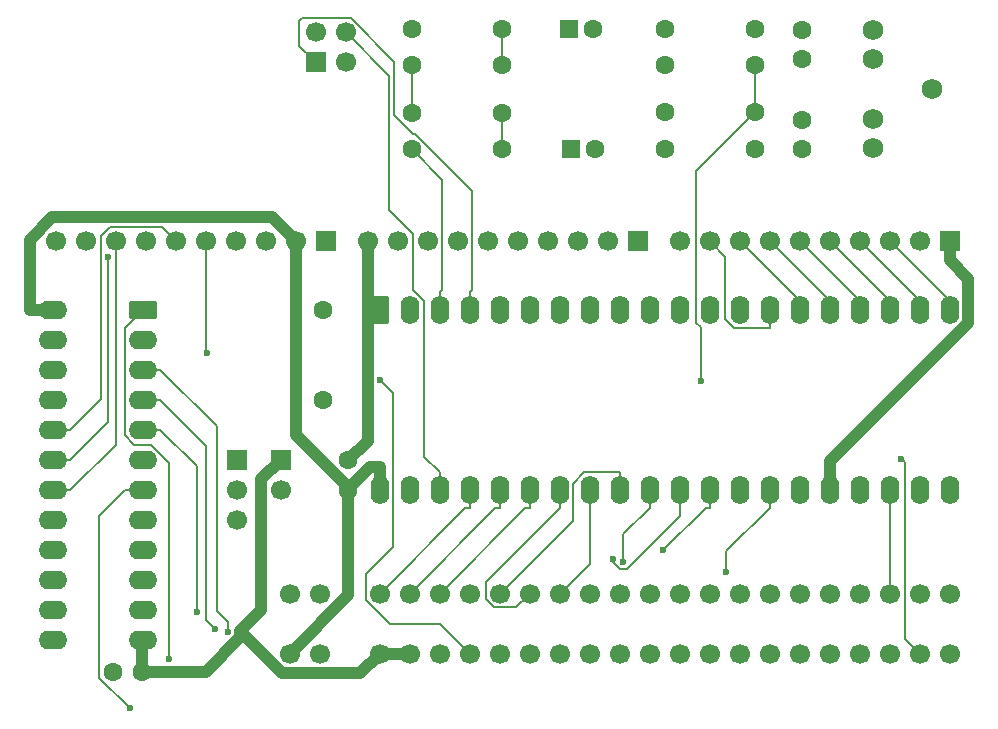
<source format=gbr>
%TF.GenerationSoftware,KiCad,Pcbnew,9.0.5*%
%TF.CreationDate,2025-11-20T20:38:36+00:00*%
%TF.ProjectId,zxeightyzon,7a786569-6768-4747-997a-6f6e2e6b6963,1.0*%
%TF.SameCoordinates,Original*%
%TF.FileFunction,Copper,L2,Bot*%
%TF.FilePolarity,Positive*%
%FSLAX46Y46*%
G04 Gerber Fmt 4.6, Leading zero omitted, Abs format (unit mm)*
G04 Created by KiCad (PCBNEW 9.0.5) date 2025-11-20 20:38:36*
%MOMM*%
%LPD*%
G01*
G04 APERTURE LIST*
G04 Aperture macros list*
%AMRoundRect*
0 Rectangle with rounded corners*
0 $1 Rounding radius*
0 $2 $3 $4 $5 $6 $7 $8 $9 X,Y pos of 4 corners*
0 Add a 4 corners polygon primitive as box body*
4,1,4,$2,$3,$4,$5,$6,$7,$8,$9,$2,$3,0*
0 Add four circle primitives for the rounded corners*
1,1,$1+$1,$2,$3*
1,1,$1+$1,$4,$5*
1,1,$1+$1,$6,$7*
1,1,$1+$1,$8,$9*
0 Add four rect primitives between the rounded corners*
20,1,$1+$1,$2,$3,$4,$5,0*
20,1,$1+$1,$4,$5,$6,$7,0*
20,1,$1+$1,$6,$7,$8,$9,0*
20,1,$1+$1,$8,$9,$2,$3,0*%
G04 Aperture macros list end*
%TA.AperFunction,ComponentPad*%
%ADD10C,1.700000*%
%TD*%
%TA.AperFunction,ComponentPad*%
%ADD11RoundRect,0.250000X-0.550000X-0.550000X0.550000X-0.550000X0.550000X0.550000X-0.550000X0.550000X0*%
%TD*%
%TA.AperFunction,ComponentPad*%
%ADD12C,1.600000*%
%TD*%
%TA.AperFunction,ComponentPad*%
%ADD13R,1.700000X1.700000*%
%TD*%
%TA.AperFunction,ComponentPad*%
%ADD14C,1.752600*%
%TD*%
%TA.AperFunction,ComponentPad*%
%ADD15RoundRect,0.250000X0.950000X0.550000X-0.950000X0.550000X-0.950000X-0.550000X0.950000X-0.550000X0*%
%TD*%
%TA.AperFunction,ComponentPad*%
%ADD16O,2.400000X1.600000*%
%TD*%
%TA.AperFunction,ComponentPad*%
%ADD17RoundRect,0.250000X-0.550000X0.950000X-0.550000X-0.950000X0.550000X-0.950000X0.550000X0.950000X0*%
%TD*%
%TA.AperFunction,ComponentPad*%
%ADD18O,1.600000X2.400000*%
%TD*%
%TA.AperFunction,ViaPad*%
%ADD19C,0.600000*%
%TD*%
%TA.AperFunction,Conductor*%
%ADD20C,1.000000*%
%TD*%
%TA.AperFunction,Conductor*%
%ADD21C,0.200000*%
%TD*%
G04 APERTURE END LIST*
D10*
%TO.P,CO1,A3,+5Vcc*%
%TO.N,VCC*%
X61206200Y-92318200D03*
%TO.P,CO1,A4,+9Vcc*%
%TO.N,unconnected-(CO1-+9Vcc-PadA4)*%
X63746200Y-92318200D03*
%TO.P,CO1,A6,GND*%
%TO.N,GND*%
X68826200Y-92318200D03*
%TO.P,CO1,A7,GND*%
X71366200Y-92318200D03*
%TO.P,CO1,A8,CLK*%
%TO.N,/CLK*%
X73906200Y-92318200D03*
%TO.P,CO1,A9,A0*%
%TO.N,/A0*%
X76446200Y-92318200D03*
%TO.P,CO1,A10,A1*%
%TO.N,/A1*%
X78986200Y-92318200D03*
%TO.P,CO1,A11,A2*%
%TO.N,/A2*%
X81526200Y-92318200D03*
%TO.P,CO1,A12,A3*%
%TO.N,/A3*%
X84066200Y-92318200D03*
%TO.P,CO1,A13,A15*%
%TO.N,unconnected-(CO1-A15-PadA13)*%
X86606200Y-92318200D03*
%TO.P,CO1,A14,A14*%
%TO.N,unconnected-(CO1-PadA14)*%
X89146200Y-92318200D03*
%TO.P,CO1,A15,A13*%
%TO.N,unconnected-(CO1-A13-PadA15)*%
X91686200Y-92318200D03*
%TO.P,CO1,A16,A12*%
%TO.N,unconnected-(CO1-A12-PadA16)*%
X94226200Y-92318200D03*
%TO.P,CO1,A17,A11*%
%TO.N,unconnected-(CO1-A11-PadA17)*%
X96766200Y-92318200D03*
%TO.P,CO1,A18,A10*%
%TO.N,unconnected-(CO1-A10-PadA18)*%
X99306200Y-92318200D03*
%TO.P,CO1,A19,A9*%
%TO.N,unconnected-(CO1-A9-PadA19)*%
X101846200Y-92318200D03*
%TO.P,CO1,A20,A8*%
%TO.N,unconnected-(CO1-A8-PadA20)*%
X104386200Y-92318200D03*
%TO.P,CO1,A21,A7*%
%TO.N,/A7*%
X106926200Y-92318200D03*
%TO.P,CO1,A22,A6*%
%TO.N,/A6*%
X109466200Y-92318200D03*
%TO.P,CO1,A23,A5*%
%TO.N,/A5*%
X112006200Y-92318200D03*
%TO.P,CO1,A24,A4*%
%TO.N,/A4*%
X114546200Y-92318200D03*
%TO.P,CO1,A25,~{ROMCS}*%
%TO.N,unconnected-(CO1-~{ROMCS}-PadA25)*%
X117086200Y-92318200D03*
%TO.P,CO1,B3,D7*%
%TO.N,/D7*%
X61206200Y-87238200D03*
%TO.P,CO1,B4,~{RAMCS}*%
%TO.N,unconnected-(CO1-~{RAMCS}-PadB4)*%
X63746200Y-87238200D03*
%TO.P,CO1,B6,D0*%
%TO.N,/D0*%
X68826200Y-87238200D03*
%TO.P,CO1,B7,D1*%
%TO.N,/D1*%
X71366200Y-87238200D03*
%TO.P,CO1,B8,D2*%
%TO.N,/D2*%
X73906200Y-87238200D03*
%TO.P,CO1,B9,D6*%
%TO.N,/D6*%
X76446200Y-87238200D03*
%TO.P,CO1,B10,D5*%
%TO.N,/D5*%
X78986200Y-87238200D03*
%TO.P,CO1,B11,D3*%
%TO.N,/D3*%
X81526200Y-87238200D03*
%TO.P,CO1,B12,D4*%
%TO.N,/D4*%
X84066200Y-87238200D03*
%TO.P,CO1,B13,~{INT}*%
%TO.N,unconnected-(CO1-~{INT}-PadB13)*%
X86606200Y-87238200D03*
%TO.P,CO1,B14,~{NMI}*%
%TO.N,unconnected-(CO1-~{NMI}-PadB14)*%
X89146200Y-87238200D03*
%TO.P,CO1,B15,~{HALT}*%
%TO.N,unconnected-(CO1-~{HALT}-PadB15)*%
X91686200Y-87238200D03*
%TO.P,CO1,B16,~{MREQ}*%
%TO.N,unconnected-(CO1-~{MREQ}-PadB16)*%
X94226200Y-87238200D03*
%TO.P,CO1,B17,~{IOREQ}*%
%TO.N,/~{IOREQ}*%
X96766200Y-87238200D03*
%TO.P,CO1,B18,~{RD}*%
%TO.N,/~{RD}*%
X99306200Y-87238200D03*
%TO.P,CO1,B19,~{WR}*%
%TO.N,/~{WR}*%
X101846200Y-87238200D03*
%TO.P,CO1,B20,~{BUSAC}*%
%TO.N,unconnected-(CO1-~{BUSAC}-PadB20)*%
X104386200Y-87238200D03*
%TO.P,CO1,B21,~{WAIT}*%
%TO.N,unconnected-(CO1-~{WAIT}-PadB21)*%
X106926200Y-87238200D03*
%TO.P,CO1,B22,~{BUSRQ}*%
%TO.N,unconnected-(CO1-~{BUSRQ}-PadB22)*%
X109466200Y-87238200D03*
%TO.P,CO1,B23,~{RESET}*%
%TO.N,/~{RESET}*%
X112006200Y-87238200D03*
%TO.P,CO1,B24,~{M1}*%
%TO.N,unconnected-(CO1-~{M1}-PadB24)*%
X114546200Y-87238200D03*
%TO.P,CO1,B25,~{RFSH}*%
%TO.N,unconnected-(CO1-~{RFSH}-PadB25)*%
X117086200Y-87238200D03*
%TD*%
D11*
%TO.P,C2,1*%
%TO.N,Net-(C2-Pad1)*%
X84885600Y-39464600D03*
D12*
%TO.P,C2,2*%
%TO.N,Net-(C2-Pad2)*%
X86885600Y-39464600D03*
%TD*%
D13*
%TO.P,J4,1,Pin_1*%
%TO.N,/B_OUT*%
X63390600Y-42258600D03*
D10*
%TO.P,J4,2,Pin_2*%
%TO.N,Net-(J4-Pin_2)*%
X65930600Y-42258600D03*
%TO.P,J4,3,Pin_3*%
%TO.N,Net-(J4-Pin_3)*%
X63390600Y-39718600D03*
%TO.P,J4,4,Pin_4*%
%TO.N,/C_OUT*%
X65930600Y-39718600D03*
%TD*%
D13*
%TO.P,JP1,1,A*%
%TO.N,GND*%
X60444200Y-75935200D03*
D10*
%TO.P,JP1,2,B*%
%TO.N,Net-(JP1-B)*%
X60444200Y-78475200D03*
%TD*%
D13*
%TO.P,J2,1,Pin_1*%
%TO.N,VCC*%
X90670200Y-57393200D03*
D10*
%TO.P,J2,2,Pin_2*%
%TO.N,/IOB0*%
X88130200Y-57393200D03*
%TO.P,J2,3,Pin_3*%
%TO.N,/IOB1*%
X85590200Y-57393200D03*
%TO.P,J2,4,Pin_4*%
%TO.N,/IOB2*%
X83050200Y-57393200D03*
%TO.P,J2,5,Pin_5*%
%TO.N,/IOB3*%
X80510200Y-57393200D03*
%TO.P,J2,6,Pin_6*%
%TO.N,/IOB4*%
X77970200Y-57393200D03*
%TO.P,J2,7,Pin_7*%
%TO.N,/IOB5*%
X75430200Y-57393200D03*
%TO.P,J2,8,Pin_8*%
%TO.N,/IOB6*%
X72890200Y-57393200D03*
%TO.P,J2,9,Pin_9*%
%TO.N,/IOB7*%
X70350200Y-57393200D03*
%TO.P,J2,10,Pin_10*%
%TO.N,GND*%
X67810200Y-57393200D03*
%TD*%
D12*
%TO.P,R8,1*%
%TO.N,Net-(C1-Pad2)*%
X92981600Y-49624600D03*
%TO.P,R8,2*%
%TO.N,/LEFT*%
X100601600Y-49624600D03*
%TD*%
D13*
%TO.P,J1,1,Pin_1*%
%TO.N,VCC*%
X117086200Y-57393200D03*
D10*
%TO.P,J1,2,Pin_2*%
%TO.N,/IOA0*%
X114546200Y-57393200D03*
%TO.P,J1,3,Pin_3*%
%TO.N,/IOA1*%
X112006200Y-57393200D03*
%TO.P,J1,4,Pin_4*%
%TO.N,/IOA2*%
X109466200Y-57393200D03*
%TO.P,J1,5,Pin_5*%
%TO.N,/IOA3*%
X106926200Y-57393200D03*
%TO.P,J1,6,Pin_6*%
%TO.N,/IOA4*%
X104386200Y-57393200D03*
%TO.P,J1,7,Pin_7*%
%TO.N,/IOA5*%
X101846200Y-57393200D03*
%TO.P,J1,8,Pin_8*%
%TO.N,/IOA6*%
X99306200Y-57393200D03*
%TO.P,J1,9,Pin_9*%
%TO.N,/IOA7*%
X96766200Y-57393200D03*
%TO.P,J1,10,Pin_10*%
%TO.N,GND*%
X94226200Y-57393200D03*
%TD*%
D12*
%TO.P,R4,1*%
%TO.N,Net-(C1-Pad1)*%
X79138600Y-46576600D03*
%TO.P,R4,2*%
%TO.N,Net-(J4-Pin_3)*%
X71518600Y-46576600D03*
%TD*%
%TO.P,R2,1*%
%TO.N,/A_OUT*%
X71518600Y-49624600D03*
%TO.P,R2,2*%
%TO.N,Net-(C1-Pad1)*%
X79138600Y-49624600D03*
%TD*%
D14*
%TO.P,CO2,1,1*%
%TO.N,/RIGHT*%
X110562200Y-39519200D03*
%TO.P,CO2,2,2*%
%TO.N,unconnected-(CO2-Pad2)*%
X110562200Y-42019200D03*
%TO.P,CO2,3,3*%
%TO.N,unconnected-(CO2-Pad3)*%
X110562200Y-47019200D03*
%TO.P,CO2,4,4*%
%TO.N,/LEFT*%
X110562200Y-49519200D03*
%TO.P,CO2,5,5*%
%TO.N,GND_AUDIO*%
X115562200Y-44519200D03*
%TD*%
D12*
%TO.P,R9,1*%
%TO.N,Net-(C2-Pad2)*%
X92981600Y-39464600D03*
%TO.P,R9,2*%
%TO.N,/RIGHT*%
X100601600Y-39464600D03*
%TD*%
D11*
%TO.P,C1,1*%
%TO.N,Net-(C1-Pad1)*%
X85012600Y-49624600D03*
D12*
%TO.P,C1,2*%
%TO.N,Net-(C1-Pad2)*%
X87012600Y-49624600D03*
%TD*%
%TO.P,C4,1*%
%TO.N,/RIGHT*%
X104538600Y-39504600D03*
%TO.P,C4,2*%
%TO.N,GND_AUDIO*%
X104538600Y-42004600D03*
%TD*%
%TO.P,C6,1*%
%TO.N,VCC*%
X46240200Y-93842200D03*
%TO.P,C6,2*%
%TO.N,GND*%
X48740200Y-93842200D03*
%TD*%
%TO.P,R3,1*%
%TO.N,Net-(J4-Pin_2)*%
X71518600Y-39464600D03*
%TO.P,R3,2*%
%TO.N,Net-(C2-Pad1)*%
X79138600Y-39464600D03*
%TD*%
%TO.P,FB1,1*%
%TO.N,GND*%
X64000200Y-63235200D03*
%TO.P,FB1,2*%
%TO.N,GND_AUDIO*%
X64000200Y-70855200D03*
%TD*%
D15*
%TO.P,U2,1,I0/CLK*%
%TO.N,/CLK*%
X48760200Y-63235200D03*
D16*
%TO.P,U2,2,I1*%
%TO.N,/A0*%
X48760200Y-65775200D03*
%TO.P,U2,3,I2*%
%TO.N,/A1*%
X48760200Y-68315200D03*
%TO.P,U2,4,I3*%
%TO.N,/A2*%
X48760200Y-70855200D03*
%TO.P,U2,5,I4*%
%TO.N,/A3*%
X48760200Y-73395200D03*
%TO.P,U2,6,I5*%
%TO.N,/A4*%
X48760200Y-75935200D03*
%TO.P,U2,7,I6*%
%TO.N,/A6*%
X48760200Y-78475200D03*
%TO.P,U2,8,I7*%
%TO.N,/A5*%
X48760200Y-81015200D03*
%TO.P,U2,9,I8*%
%TO.N,/A7*%
X48760200Y-83555200D03*
%TO.P,U2,10,I9*%
%TO.N,/~{WR}*%
X48760200Y-86095200D03*
%TO.P,U2,11,I10*%
%TO.N,/~{IOREQ}*%
X48760200Y-88635200D03*
%TO.P,U2,12,GND*%
%TO.N,GND*%
X48760200Y-91175200D03*
%TO.P,U2,13,I11*%
%TO.N,/~{RD}*%
X41140200Y-91175200D03*
%TO.P,U2,14,O9*%
%TO.N,/BDIR*%
X41140200Y-88635200D03*
%TO.P,U2,15,O8*%
%TO.N,/BC1*%
X41140200Y-86095200D03*
%TO.P,U2,16,O7*%
%TO.N,/CLK_DIV2*%
X41140200Y-83555200D03*
%TO.P,U2,17,O6*%
%TO.N,/CLK_OUT*%
X41140200Y-81015200D03*
%TO.P,U2,18,O5*%
%TO.N,/O5*%
X41140200Y-78475200D03*
%TO.P,U2,19,O4*%
%TO.N,/O4*%
X41140200Y-75935200D03*
%TO.P,U2,20,O3*%
%TO.N,/O3*%
X41140200Y-73395200D03*
%TO.P,U2,21,O2*%
%TO.N,/O2*%
X41140200Y-70855200D03*
%TO.P,U2,22,O1*%
%TO.N,/O1*%
X41140200Y-68315200D03*
%TO.P,U2,23,O0*%
%TO.N,/O0*%
X41140200Y-65775200D03*
%TO.P,U2,24,VCC*%
%TO.N,VCC*%
X41140200Y-63235200D03*
%TD*%
D13*
%TO.P,J3,1,Pin_1*%
%TO.N,VCC*%
X64254200Y-57393200D03*
D10*
%TO.P,J3,2,Pin_2*%
X61714200Y-57393200D03*
%TO.P,J3,3,Pin_3*%
%TO.N,/O0*%
X59174200Y-57393200D03*
%TO.P,J3,4,Pin_4*%
%TO.N,/O1*%
X56634200Y-57393200D03*
%TO.P,J3,5,Pin_5*%
%TO.N,/O2*%
X54094200Y-57393200D03*
%TO.P,J3,6,Pin_6*%
%TO.N,/O3*%
X51554200Y-57393200D03*
%TO.P,J3,7,Pin_7*%
%TO.N,/O4*%
X49014200Y-57393200D03*
%TO.P,J3,8,Pin_8*%
%TO.N,/O5*%
X46474200Y-57393200D03*
%TO.P,J3,9,Pin_9*%
%TO.N,GND*%
X43934200Y-57393200D03*
%TO.P,J3,10,Pin_10*%
X41394200Y-57393200D03*
%TD*%
D12*
%TO.P,C3,1*%
%TO.N,/LEFT*%
X104538600Y-49604600D03*
%TO.P,C3,2*%
%TO.N,GND_AUDIO*%
X104538600Y-47104600D03*
%TD*%
%TO.P,R6,1*%
%TO.N,Net-(C1-Pad1)*%
X92981600Y-46449600D03*
%TO.P,R6,2*%
%TO.N,GND_AUDIO*%
X100601600Y-46449600D03*
%TD*%
%TO.P,R5,1*%
%TO.N,Net-(C2-Pad1)*%
X79138600Y-42512600D03*
%TO.P,R5,2*%
%TO.N,Net-(J4-Pin_3)*%
X71518600Y-42512600D03*
%TD*%
D17*
%TO.P,U1,1,VSS*%
%TO.N,GND*%
X68826200Y-63235200D03*
D18*
%TO.P,U1,2,NC*%
%TO.N,unconnected-(U1-NC-Pad2)*%
X71366200Y-63235200D03*
%TO.P,U1,3,A*%
%TO.N,/A_OUT*%
X73906200Y-63235200D03*
%TO.P,U1,4,B*%
%TO.N,/B_OUT*%
X76446200Y-63235200D03*
%TO.P,U1,5,NC*%
%TO.N,unconnected-(U1-NC-Pad5)*%
X78986200Y-63235200D03*
%TO.P,U1,6,IOB7*%
%TO.N,/IOB7*%
X81526200Y-63235200D03*
%TO.P,U1,7,IOB6*%
%TO.N,/IOB6*%
X84066200Y-63235200D03*
%TO.P,U1,8,IOB5*%
%TO.N,/IOB5*%
X86606200Y-63235200D03*
%TO.P,U1,9,IOB4*%
%TO.N,/IOB4*%
X89146200Y-63235200D03*
%TO.P,U1,10,IOB3*%
%TO.N,/IOB3*%
X91686200Y-63235200D03*
%TO.P,U1,11,IOB2*%
%TO.N,/IOB2*%
X94226200Y-63235200D03*
%TO.P,U1,12,IOB1*%
%TO.N,/IOB1*%
X96766200Y-63235200D03*
%TO.P,U1,13,IOB0*%
%TO.N,/IOB0*%
X99306200Y-63235200D03*
%TO.P,U1,14,IOA7*%
%TO.N,/IOA7*%
X101846200Y-63235200D03*
%TO.P,U1,15,IOA6*%
%TO.N,/IOA6*%
X104386200Y-63235200D03*
%TO.P,U1,16,IOA5*%
%TO.N,/IOA5*%
X106926200Y-63235200D03*
%TO.P,U1,17,IOA4*%
%TO.N,/IOA4*%
X109466200Y-63235200D03*
%TO.P,U1,18,IOA3*%
%TO.N,/IOA3*%
X112006200Y-63235200D03*
%TO.P,U1,19,IOA2*%
%TO.N,/IOA2*%
X114546200Y-63235200D03*
%TO.P,U1,20,IOA1*%
%TO.N,/IOA1*%
X117086200Y-63235200D03*
%TO.P,U1,21,IOA0*%
%TO.N,/IOA0*%
X117086200Y-78475200D03*
%TO.P,U1,22,CLOCK*%
%TO.N,Net-(JP2-C)*%
X114546200Y-78475200D03*
%TO.P,U1,23,~{RESET}*%
%TO.N,/~{RESET}*%
X112006200Y-78475200D03*
%TO.P,U1,24,~{A9}*%
%TO.N,GND*%
X109466200Y-78475200D03*
%TO.P,U1,25,A8*%
%TO.N,VCC*%
X106926200Y-78475200D03*
%TO.P,U1,26,~{SEL}*%
%TO.N,Net-(JP1-B)*%
X104386200Y-78475200D03*
%TO.P,U1,27,BDIR*%
%TO.N,/BDIR*%
X101846200Y-78475200D03*
%TO.P,U1,28,BC2*%
%TO.N,VCC*%
X99306200Y-78475200D03*
%TO.P,U1,29,BC1*%
%TO.N,/BC1*%
X96766200Y-78475200D03*
%TO.P,U1,30,DA7*%
%TO.N,/D7*%
X94226200Y-78475200D03*
%TO.P,U1,31,DA6*%
%TO.N,/D6*%
X91686200Y-78475200D03*
%TO.P,U1,32,DA5*%
%TO.N,/D5*%
X89146200Y-78475200D03*
%TO.P,U1,33,DA4*%
%TO.N,/D4*%
X86606200Y-78475200D03*
%TO.P,U1,34,DA3*%
%TO.N,/D3*%
X84066200Y-78475200D03*
%TO.P,U1,35,DA2*%
%TO.N,/D2*%
X81526200Y-78475200D03*
%TO.P,U1,36,DA1*%
%TO.N,/D1*%
X78986200Y-78475200D03*
%TO.P,U1,37,DA0*%
%TO.N,/D0*%
X76446200Y-78475200D03*
%TO.P,U1,38,C*%
%TO.N,/C_OUT*%
X73906200Y-78475200D03*
%TO.P,U1,39,TEST1*%
%TO.N,unconnected-(U1-TEST1-Pad39)*%
X71366200Y-78475200D03*
%TO.P,U1,40,VCC*%
%TO.N,VCC*%
X68826200Y-78475200D03*
%TD*%
D12*
%TO.P,R7,1*%
%TO.N,Net-(C2-Pad1)*%
X92981600Y-42512600D03*
%TO.P,R7,2*%
%TO.N,GND_AUDIO*%
X100601600Y-42512600D03*
%TD*%
%TO.P,C5,1*%
%TO.N,VCC*%
X66159200Y-78455200D03*
%TO.P,C5,2*%
%TO.N,GND*%
X66159200Y-75955200D03*
%TD*%
D13*
%TO.P,JP2,1,A*%
%TO.N,/CLK_OUT*%
X56761200Y-75935200D03*
D10*
%TO.P,JP2,2,C*%
%TO.N,Net-(JP2-C)*%
X56761200Y-78475200D03*
%TO.P,JP2,3,B*%
%TO.N,/CLK_DIV2*%
X56761200Y-81015200D03*
%TD*%
D19*
%TO.N,/BDIR*%
X98155600Y-85373600D03*
%TO.N,/BC1*%
X92829700Y-83580300D03*
%TO.N,/O2*%
X54186400Y-66903600D03*
%TO.N,/O4*%
X45856900Y-58725700D03*
%TO.N,/A3*%
X53335300Y-88796100D03*
%TO.N,/A2*%
X54857900Y-90210000D03*
%TO.N,/D6*%
X89449400Y-84582300D03*
%TO.N,/CLK*%
X50964200Y-92738900D03*
%TO.N,/A4*%
X113001200Y-75823000D03*
%TO.N,/A1*%
X55972000Y-90476100D03*
%TO.N,/A6*%
X47650600Y-96934800D03*
%TO.N,/A0*%
X68870500Y-69161000D03*
%TO.N,/D7*%
X88563100Y-84282900D03*
%TO.N,GND_AUDIO*%
X96000000Y-69250000D03*
%TD*%
D20*
%TO.N,GND*%
X48740200Y-91195200D02*
X48740200Y-93842200D01*
X48760200Y-91175200D02*
X48740200Y-91195200D01*
X71366200Y-92318200D02*
X68826200Y-92318200D01*
D21*
%TO.N,/IOA6*%
X104386200Y-62473200D02*
X104386200Y-63235200D01*
X99306200Y-57393200D02*
X104386200Y-62473200D01*
%TO.N,/IOA4*%
X109466200Y-62473200D02*
X109466200Y-63235200D01*
X104386200Y-57393200D02*
X109466200Y-62473200D01*
%TO.N,/IOA1*%
X117086200Y-62473200D02*
X117086200Y-63235200D01*
X112006200Y-57393200D02*
X117086200Y-62473200D01*
%TO.N,/IOA2*%
X109466200Y-57393200D02*
X114546200Y-62473200D01*
X114546200Y-62473200D02*
X114546200Y-63235200D01*
%TO.N,/IOA3*%
X112006200Y-62473200D02*
X112006200Y-63235200D01*
X106926200Y-57393200D02*
X112006200Y-62473200D01*
%TO.N,/IOA5*%
X106926200Y-62473200D02*
X106926200Y-63235200D01*
X101846200Y-57393200D02*
X106926200Y-62473200D01*
%TO.N,/B_OUT*%
X62011200Y-40879200D02*
X63390600Y-42258600D01*
X62011200Y-38761200D02*
X62011200Y-40879200D01*
X62246200Y-38526200D02*
X62011200Y-38761200D01*
X66386400Y-38526200D02*
X62246200Y-38526200D01*
X70068000Y-46750400D02*
X70068000Y-42207800D01*
X71637000Y-48319400D02*
X70068000Y-46750400D01*
X76636700Y-53134100D02*
X71822000Y-48319400D01*
X76636700Y-61543000D02*
X76636700Y-53134100D01*
X76446200Y-61733500D02*
X76636700Y-61543000D01*
X70068000Y-42207800D02*
X66386400Y-38526200D01*
X71822000Y-48319400D02*
X71637000Y-48319400D01*
X76446200Y-63235200D02*
X76446200Y-61733500D01*
%TO.N,GND_AUDIO*%
X95611600Y-64299200D02*
X95611600Y-51439600D01*
X96000000Y-64687600D02*
X95611600Y-64299200D01*
X96000000Y-69250000D02*
X96000000Y-64687600D01*
X95611600Y-51439600D02*
X100601600Y-46449600D01*
%TO.N,/BDIR*%
X98155600Y-83667500D02*
X98155600Y-85373600D01*
X101846200Y-79976900D02*
X98155600Y-83667500D01*
X101846200Y-78475200D02*
X101846200Y-79976900D01*
%TO.N,/BC1*%
X96433100Y-79976900D02*
X92829700Y-83580300D01*
X96766200Y-79976900D02*
X96433100Y-79976900D01*
X96766200Y-78475200D02*
X96766200Y-79976900D01*
%TO.N,/A_OUT*%
X74096700Y-52202700D02*
X71518600Y-49624600D01*
X74096700Y-61543000D02*
X74096700Y-52202700D01*
X73906200Y-61733500D02*
X74096700Y-61543000D01*
X73906200Y-63235200D02*
X73906200Y-61733500D01*
%TO.N,Net-(J4-Pin_3)*%
X71518600Y-46576600D02*
X71518600Y-42512600D01*
%TO.N,/C_OUT*%
X73906200Y-78475200D02*
X73906200Y-76973500D01*
X72577900Y-75645200D02*
X73906200Y-76973500D01*
X72577900Y-62472600D02*
X72577900Y-75645200D01*
X71681700Y-61576400D02*
X72577900Y-62472600D01*
X71681700Y-56824700D02*
X71681700Y-61576400D01*
X69600400Y-54743400D02*
X71681700Y-56824700D01*
X69600400Y-43388400D02*
X69600400Y-54743400D01*
X65930600Y-39718600D02*
X69600400Y-43388400D01*
%TO.N,/O3*%
X41140200Y-73395200D02*
X42641900Y-73395200D01*
X45239600Y-70797500D02*
X42641900Y-73395200D01*
X45239600Y-56990600D02*
X45239600Y-70797500D01*
X46009600Y-56220600D02*
X45239600Y-56990600D01*
X50381600Y-56220600D02*
X46009600Y-56220600D01*
X51554200Y-57393200D02*
X50381600Y-56220600D01*
%TO.N,/O5*%
X46474200Y-74642900D02*
X46474200Y-57393200D01*
X42641900Y-78475200D02*
X46474200Y-74642900D01*
X41140200Y-78475200D02*
X42641900Y-78475200D01*
%TO.N,/O2*%
X54094200Y-66811400D02*
X54186400Y-66903600D01*
X54094200Y-57393200D02*
X54094200Y-66811400D01*
%TO.N,/O4*%
X45856900Y-72720200D02*
X42641900Y-75935200D01*
X45856900Y-58725700D02*
X45856900Y-72720200D01*
X41140200Y-75935200D02*
X42641900Y-75935200D01*
%TO.N,/IOA7*%
X98097500Y-58724500D02*
X96766200Y-57393200D01*
X98097500Y-64000500D02*
X98097500Y-58724500D01*
X98833900Y-64736900D02*
X98097500Y-64000500D01*
X101846200Y-64736900D02*
X98833900Y-64736900D01*
X101846200Y-63235200D02*
X101846200Y-64736900D01*
%TO.N,/A3*%
X48760200Y-73395200D02*
X50261900Y-73395200D01*
X53335300Y-76468600D02*
X50261900Y-73395200D01*
X53335300Y-88796100D02*
X53335300Y-76468600D01*
%TO.N,/A2*%
X48760200Y-70855200D02*
X50261900Y-70855200D01*
X54121200Y-74714500D02*
X50261900Y-70855200D01*
X54121200Y-89473300D02*
X54121200Y-74714500D01*
X54857900Y-90210000D02*
X54121200Y-89473300D01*
%TO.N,/D6*%
X91686200Y-78475200D02*
X91686200Y-79976900D01*
X89449400Y-82213700D02*
X91686200Y-79976900D01*
X89449400Y-84582300D02*
X89449400Y-82213700D01*
%TO.N,/D2*%
X81167500Y-79976900D02*
X81526200Y-79976900D01*
X73906200Y-87238200D02*
X81167500Y-79976900D01*
X81526200Y-78475200D02*
X81526200Y-79976900D01*
%TO.N,/D0*%
X76087500Y-79976900D02*
X76446200Y-79976900D01*
X68826200Y-87238200D02*
X76087500Y-79976900D01*
X76446200Y-78475200D02*
X76446200Y-79976900D01*
%TO.N,/D5*%
X85167900Y-81056500D02*
X78986200Y-87238200D01*
X85167900Y-77920400D02*
X85167900Y-81056500D01*
X86114800Y-76973500D02*
X85167900Y-77920400D01*
X89146200Y-76973500D02*
X86114800Y-76973500D01*
X89146200Y-78475200D02*
X89146200Y-76973500D01*
%TO.N,/CLK*%
X50964200Y-76167400D02*
X50964200Y-92738900D01*
X49462000Y-74665200D02*
X50964200Y-76167400D01*
X48048100Y-74665200D02*
X49462000Y-74665200D01*
X47232100Y-73849200D02*
X48048100Y-74665200D01*
X47232100Y-64763300D02*
X47232100Y-73849200D01*
X48760200Y-63235200D02*
X47232100Y-64763300D01*
%TO.N,/A4*%
X113276200Y-76098000D02*
X113001200Y-75823000D01*
X113276200Y-91048200D02*
X113276200Y-76098000D01*
X114546200Y-92318200D02*
X113276200Y-91048200D01*
%TO.N,/D3*%
X80371400Y-88393000D02*
X81526200Y-87238200D01*
X78494300Y-88393000D02*
X80371400Y-88393000D01*
X77825300Y-87724000D02*
X78494300Y-88393000D01*
X77825300Y-86217800D02*
X77825300Y-87724000D01*
X84066200Y-79976900D02*
X77825300Y-86217800D01*
X84066200Y-78475200D02*
X84066200Y-79976900D01*
%TO.N,/D1*%
X78627500Y-79976900D02*
X71366200Y-87238200D01*
X78986200Y-79976900D02*
X78627500Y-79976900D01*
X78986200Y-78475200D02*
X78986200Y-79976900D01*
%TO.N,/A1*%
X48760200Y-68315200D02*
X50261900Y-68315200D01*
X55972000Y-89651700D02*
X55972000Y-90476100D01*
X55024700Y-88704400D02*
X55972000Y-89651700D01*
X55024700Y-73078000D02*
X55024700Y-88704400D01*
X50261900Y-68315200D02*
X55024700Y-73078000D01*
%TO.N,/~{RESET}*%
X112006200Y-87238200D02*
X112006200Y-78475200D01*
%TO.N,/A6*%
X45079500Y-94363700D02*
X47650600Y-96934800D01*
X45079500Y-80654200D02*
X45079500Y-94363700D01*
X47258500Y-78475200D02*
X45079500Y-80654200D01*
X48760200Y-78475200D02*
X47258500Y-78475200D01*
%TO.N,/D4*%
X86606200Y-84698200D02*
X84066200Y-87238200D01*
X86606200Y-78475200D02*
X86606200Y-84698200D01*
%TO.N,/A0*%
X69977900Y-70268400D02*
X68870500Y-69161000D01*
X69977900Y-83259400D02*
X69977900Y-70268400D01*
X67655900Y-85581400D02*
X69977900Y-83259400D01*
X67655900Y-87758600D02*
X67655900Y-85581400D01*
X69675500Y-89778200D02*
X67655900Y-87758600D01*
X73906200Y-89778200D02*
X69675500Y-89778200D01*
X76446200Y-92318200D02*
X73906200Y-89778200D01*
%TO.N,/D7*%
X94226200Y-80706800D02*
X94226200Y-78475200D01*
X89749000Y-85184000D02*
X94226200Y-80706800D01*
X89156600Y-85184000D02*
X89749000Y-85184000D01*
X88563100Y-84590500D02*
X89156600Y-85184000D01*
X88563100Y-84282900D02*
X88563100Y-84590500D01*
D20*
%TO.N,GND*%
X68826200Y-63235200D02*
X67810200Y-63235200D01*
X67810200Y-57393200D02*
X67810200Y-63235200D01*
X67810200Y-74304200D02*
X66159200Y-75955200D01*
X67810200Y-63235200D02*
X67810200Y-74304200D01*
X67196700Y-93947700D02*
X68826200Y-92318200D01*
X60541100Y-93947700D02*
X67196700Y-93947700D01*
X57038000Y-90444600D02*
X60541100Y-93947700D01*
X58814500Y-77564900D02*
X60444200Y-75935200D01*
X58814500Y-88668100D02*
X58814500Y-77564900D01*
X57038000Y-90444600D02*
X58814500Y-88668100D01*
X57038000Y-90897500D02*
X57038000Y-90444600D01*
X54093300Y-93842200D02*
X57038000Y-90897500D01*
X48740200Y-93842200D02*
X54093300Y-93842200D01*
%TO.N,VCC*%
X68826200Y-78475200D02*
X68826200Y-76523500D01*
X68012400Y-76523500D02*
X68826200Y-76523500D01*
X66234600Y-78301300D02*
X68012400Y-76523500D01*
X61714200Y-73780900D02*
X61714200Y-57393200D01*
X66234600Y-78301300D02*
X61714200Y-73780900D01*
X66234600Y-78379800D02*
X66234600Y-78301300D01*
X66159200Y-78455200D02*
X66234600Y-78379800D01*
X66159200Y-87365200D02*
X61206200Y-92318200D01*
X66159200Y-78455200D02*
X66159200Y-87365200D01*
X117086200Y-57393200D02*
X117086200Y-58994900D01*
X106926200Y-76045200D02*
X106926200Y-78475200D01*
X118656200Y-64315200D02*
X106926200Y-76045200D01*
X118656200Y-60564900D02*
X118656200Y-64315200D01*
X117086200Y-58994900D02*
X118656200Y-60564900D01*
X59667100Y-55346100D02*
X61714200Y-57393200D01*
X41112000Y-55346100D02*
X59667100Y-55346100D01*
X39188500Y-57269600D02*
X41112000Y-55346100D01*
X39188500Y-63235200D02*
X39188500Y-57269600D01*
X41140200Y-63235200D02*
X39188500Y-63235200D01*
D21*
%TO.N,GND_AUDIO*%
X100601600Y-46449600D02*
X100601600Y-42512600D01*
%TO.N,Net-(C2-Pad1)*%
X79138600Y-39464600D02*
X79138600Y-42512600D01*
%TO.N,Net-(C1-Pad1)*%
X79138600Y-49624600D02*
X79138600Y-46576600D01*
%TD*%
M02*

</source>
